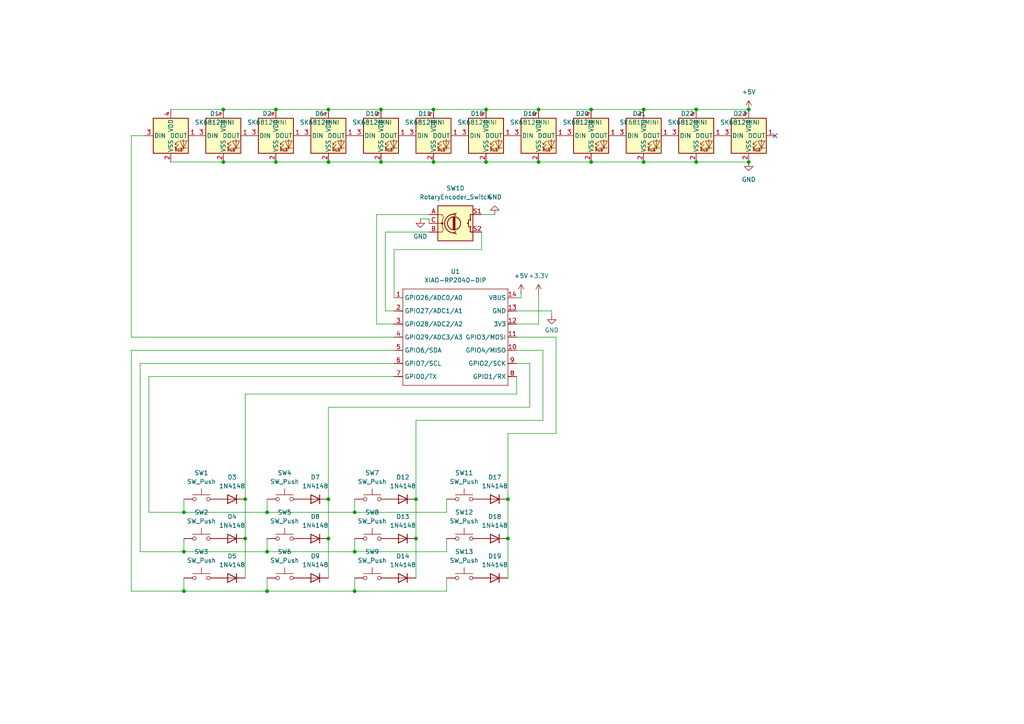
<source format=kicad_sch>
(kicad_sch (version 20250114) (generator "eeschema") (generator_version "9.0")
  (paper "A4")
  (lib_symbols
    (symbol "Device:RotaryEncoder_Switch" (pin_names (offset 0.254) (hide yes))
      (property "Reference" "SW" (at 0 6.604 0))
      (property "Value" "RotaryEncoder_Switch" (at 0 -6.604 0))
      (symbol "RotaryEncoder_Switch_0_1"
        (rectangle (start -5.08 5.08) (end 5.08 -5.08) (stroke (width 0.254)) (fill (type background)))
        (polyline (pts (xy -5.08 2.54) (xy -3.81 2.54) (xy -3.81 2.032)))
        (polyline (pts (xy -5.08 0) (xy -3.81 0) (xy -3.81 -1.016) (xy -3.302 -2.032)))
        (polyline (pts (xy -5.08 -2.54) (xy -3.81 -2.54) (xy -3.81 -2.032)))
        (polyline (pts (xy -4.318 0) (xy -3.81 0) (xy -3.81 1.016) (xy -3.302 2.032)))
        (circle (center -3.81 0) (radius 0.254) (fill (type outline)))
        (polyline (pts (xy -0.635 -1.778) (xy -0.635 1.778)) (stroke (width 0.254)))
        (circle (center -0.381 0) (radius 1.905) (stroke (width 0.254)))
        (polyline (pts (xy -0.381 -1.778) (xy -0.381 1.778)) (stroke (width 0.254)))
        (arc (start -0.381 -2.794) (mid -3.0988 -0.0635) (end -0.381 2.667) (stroke (width 0.254)))
        (polyline (pts (xy -0.127 1.778) (xy -0.127 -1.778)) (stroke (width 0.254)))
        (polyline (pts (xy 0.254 2.921) (xy -0.508 2.667) (xy 0.127 2.286)) (stroke (width 0.254)))
        (polyline (pts (xy 0.254 -3.048) (xy -0.508 -2.794) (xy 0.127 -2.413)) (stroke (width 0.254)))
        (polyline (pts (xy 3.81 1.016) (xy 3.81 -1.016)) (stroke (width 0.254)))
        (polyline (pts (xy 3.81 0) (xy 3.429 0)) (stroke (width 0.254)))
        (circle (center 4.318 1.016) (radius 0.127) (stroke (width 0.254)))
        (circle (center 4.318 -1.016) (radius 0.127) (stroke (width 0.254)))
        (polyline (pts (xy 5.08 2.54) (xy 4.318 2.54) (xy 4.318 1.016)) (stroke (width 0.254)))
        (polyline (pts (xy 5.08 -2.54) (xy 4.318 -2.54) (xy 4.318 -1.016)) (stroke (width 0.254)))
      )
      (symbol "RotaryEncoder_Switch_1_1"
        (pin passive line (at -7.62 2.54 0) (length 2.54) (name "A") (number "A"))
        (pin passive line (at -7.62 0 0) (length 2.54) (name "C") (number "C"))
        (pin passive line (at -7.62 -2.54 0) (length 2.54) (name "B") (number "B"))
        (pin passive line (at 7.62 2.54 180) (length 2.54) (name "S1") (number "S1"))
        (pin passive line (at 7.62 -2.54 180) (length 2.54) (name "S2") (number "S2"))
      )
    )
    (symbol "Diode:1N4148" (pin_numbers (hide yes)) (pin_names (hide yes))
      (property "Reference" "D" (at 0 2.54 0))
      (property "Value" "1N4148" (at 0 -2.54 0))
      (symbol "1N4148_0_1"
        (polyline (pts (xy -1.27 1.27) (xy -1.27 -1.27)) (stroke (width 0.254)))
        (polyline (pts (xy 1.27 1.27) (xy 1.27 -1.27) (xy -1.27 0) (xy 1.27 1.27)) (stroke (width 0.254)))
        (polyline (pts (xy 1.27 0) (xy -1.27 0)))
      )
      (symbol "1N4148_1_1"
        (pin passive line (at -3.81 0 0) (length 2.54) (name "K") (number "1"))
        (pin passive line (at 3.81 0 180) (length 2.54) (name "A") (number "2"))
      )
    )
    (symbol "LED:SK6812MINI" (pin_names (offset 0.254))
      (property "Reference" "D" (at 5.08 5.715 0))
      (property "Value" "SK6812MINI" (at 1.27 -5.715 0))
      (symbol "SK6812MINI_0_0"
        (text "RGB" (at 2.286 -4.191 0) (effects (font (size 0.762 0.762))))
      )
      (symbol "SK6812MINI_0_1"
        (polyline (pts (xy 1.27 -2.54) (xy 1.778 -2.54)))
        (polyline (pts (xy 1.27 -3.556) (xy 1.778 -3.556)))
        (polyline (pts (xy 2.286 -1.524) (xy 1.27 -2.54) (xy 1.27 -2.032)))
        (polyline (pts (xy 2.286 -2.54) (xy 1.27 -3.556) (xy 1.27 -3.048)))
        (polyline (pts (xy 3.683 -1.016) (xy 3.683 -3.556) (xy 3.683 -4.064)))
        (polyline (pts (xy 4.699 -1.524) (xy 2.667 -1.524) (xy 3.683 -3.556) (xy 4.699 -1.524)))
        (polyline (pts (xy 4.699 -3.556) (xy 2.667 -3.556)))
        (rectangle (start 5.08 5.08) (end -5.08 -5.08) (stroke (width 0.254)) (fill (type background)))
      )
      (symbol "SK6812MINI_1_1"
        (pin input line (at -7.62 0 0) (length 2.54) (name "DIN") (number "3"))
        (pin power_in line (at 0 7.62 270) (length 2.54) (name "VDD") (number "4"))
        (pin power_in line (at 0 -7.62 90) (length 2.54) (name "VSS") (number "2"))
        (pin output line (at 7.62 0 180) (length 2.54) (name "DOUT") (number "1"))
      )
    )
    (symbol "Switch:SW_Push" (pin_numbers (hide yes)) (pin_names (offset 1.016) (hide yes))
      (property "Reference" "SW" (at 1.27 2.54 0))
      (property "Value" "SW_Push" (at 0 -1.524 0))
      (symbol "SW_Push_0_1"
        (circle (center -2.032 0) (radius 0.508))
        (polyline (pts (xy 0 1.27) (xy 0 3.048)))
        (circle (center 2.032 0) (radius 0.508))
        (polyline (pts (xy 2.54 1.27) (xy -2.54 1.27)))
        (pin passive line (at -5.08 0 0) (length 2.54) (name "1") (number "1"))
        (pin passive line (at 5.08 0 180) (length 2.54) (name "2") (number "2"))
      )
    )
    (symbol "opl:XIAO-RP2040-DIP"
      (property "Reference" "U" (at 0 0 0))
      (property "Value" "XIAO-RP2040-DIP" (at 5.334 -1.778 0))
      (symbol "XIAO-RP2040-DIP_1_0"
        (polyline (pts (xy -1.27 -2.54) (xy 29.21 -2.54)) (stroke (width 0.1524)))
        (polyline (pts (xy -1.27 -5.08) (xy -2.54 -5.08)) (stroke (width 0.1524)))
        (polyline (pts (xy -1.27 -5.08) (xy -1.27 -2.54)) (stroke (width 0.1524)))
        (polyline (pts (xy -1.27 -8.89) (xy -2.54 -8.89)) (stroke (width 0.1524)))
        (polyline (pts (xy -1.27 -8.89) (xy -1.27 -5.08)) (stroke (width 0.1524)))
        (polyline (pts (xy -1.27 -12.7) (xy -2.54 -12.7)) (stroke (width 0.1524)))
        (polyline (pts (xy -1.27 -12.7) (xy -1.27 -8.89)) (stroke (width 0.1524)))
        (polyline (pts (xy -1.27 -16.51) (xy -2.54 -16.51)) (stroke (width 0.1524)))
        (polyline (pts (xy -1.27 -16.51) (xy -1.27 -12.7)) (stroke (width 0.1524)))
        (polyline (pts (xy -1.27 -20.32) (xy -2.54 -20.32)) (stroke (width 0.1524)))
        (polyline (pts (xy -1.27 -24.13) (xy -2.54 -24.13)) (stroke (width 0.1524)))
        (polyline (pts (xy -1.27 -27.94) (xy -2.54 -27.94)) (stroke (width 0.1524)))
        (polyline (pts (xy -1.27 -30.48) (xy -1.27 -16.51)) (stroke (width 0.1524)))
        (polyline (pts (xy 29.21 -2.54) (xy 29.21 -5.08)) (stroke (width 0.1524)))
        (polyline (pts (xy 29.21 -5.08) (xy 29.21 -8.89)) (stroke (width 0.1524)))
        (polyline (pts (xy 29.21 -8.89) (xy 29.21 -12.7)) (stroke (width 0.1524)))
        (polyline (pts (xy 29.21 -12.7) (xy 29.21 -30.48)) (stroke (width 0.1524)))
        (polyline (pts (xy 29.21 -30.48) (xy -1.27 -30.48)) (stroke (width 0.1524)))
        (polyline (pts (xy 30.48 -5.08) (xy 29.21 -5.08)) (stroke (width 0.1524)))
        (polyline (pts (xy 30.48 -8.89) (xy 29.21 -8.89)) (stroke (width 0.1524)))
        (polyline (pts (xy 30.48 -12.7) (xy 29.21 -12.7)) (stroke (width 0.1524)))
        (polyline (pts (xy 30.48 -16.51) (xy 29.21 -16.51)) (stroke (width 0.1524)))
        (polyline (pts (xy 30.48 -20.32) (xy 29.21 -20.32)) (stroke (width 0.1524)))
        (polyline (pts (xy 30.48 -24.13) (xy 29.21 -24.13)) (stroke (width 0.1524)))
        (polyline (pts (xy 30.48 -27.94) (xy 29.21 -27.94)) (stroke (width 0.1524)))
        (pin passive line (at -3.81 -5.08 0) (length 2.54) (name "GPIO26/ADC0/A0") (number "1"))
        (pin passive line (at -3.81 -8.89 0) (length 2.54) (name "GPIO27/ADC1/A1") (number "2"))
        (pin passive line (at -3.81 -12.7 0) (length 2.54) (name "GPIO28/ADC2/A2") (number "3"))
        (pin passive line (at -3.81 -16.51 0) (length 2.54) (name "GPIO29/ADC3/A3") (number "4"))
        (pin passive line (at -3.81 -20.32 0) (length 2.54) (name "GPIO6/SDA") (number "5"))
        (pin passive line (at -3.81 -24.13 0) (length 2.54) (name "GPIO7/SCL") (number "6"))
        (pin passive line (at -3.81 -27.94 0) (length 2.54) (name "GPIO0/TX") (number "7"))
        (pin passive line (at 31.75 -5.08 180) (length 2.54) (name "VBUS") (number "14"))
        (pin passive line (at 31.75 -8.89 180) (length 2.54) (name "GND") (number "13"))
        (pin passive line (at 31.75 -12.7 180) (length 2.54) (name "3V3") (number "12"))
        (pin passive line (at 31.75 -16.51 180) (length 2.54) (name "GPIO3/MOSI") (number "11"))
        (pin passive line (at 31.75 -20.32 180) (length 2.54) (name "GPIO4/MISO") (number "10"))
        (pin passive line (at 31.75 -24.13 180) (length 2.54) (name "GPIO2/SCK") (number "9"))
        (pin passive line (at 31.75 -27.94 180) (length 2.54) (name "GPIO1/RX") (number "8"))
      )
    )
    (symbol "power:+3.3V" (power) (pin_numbers (hide yes)) (pin_names (offset 0) (hide yes))
      (property "Value" "+3.3V" (at 0 3.556 0))
      (symbol "+3.3V_0_1"
        (polyline (pts (xy -0.762 1.27) (xy 0 2.54)))
        (polyline (pts (xy 0 2.54) (xy 0.762 1.27)))
        (polyline (pts (xy 0 0) (xy 0 2.54)))
      )
      (symbol "+3.3V_1_1"
        (pin power_in line (at 0 0 90) (length 0) (name "~") (number "1"))
      )
    )
    (symbol "power:+5V" (power) (pin_numbers (hide yes)) (pin_names (offset 0) (hide yes))
      (property "Value" "+5V" (at 0 3.556 0))
      (symbol "+5V_0_1"
        (polyline (pts (xy -0.762 1.27) (xy 0 2.54)))
        (polyline (pts (xy 0 2.54) (xy 0.762 1.27)))
        (polyline (pts (xy 0 0) (xy 0 2.54)))
      )
      (symbol "+5V_1_1"
        (pin power_in line (at 0 0 90) (length 0) (name "~") (number "1"))
      )
    )
    (symbol "power:GND" (power) (pin_numbers (hide yes)) (pin_names (offset 0) (hide yes))
      (property "Value" "GND" (at 0 -3.81 0))
      (symbol "GND_0_1"
        (polyline (pts (xy 0 0) (xy 0 -1.27) (xy 1.27 -1.27) (xy 0 -2.54) (xy -1.27 -1.27) (xy 0 -1.27)))
      )
      (symbol "GND_1_1"
        (pin power_in line (at 0 0 270) (length 0) (name "~") (number "1"))
      )
    )
  )
  (junction (at 95.25 156.21))
  (junction (at 147.32 156.21))
  (junction (at 71.12 156.21))
  (junction (at 171.45 46.99))
  (junction (at 156.21 31.75))
  (junction (at 53.34 171.45))
  (junction (at 147.32 144.78))
  (junction (at 140.97 31.75))
  (junction (at 95.25 46.99))
  (junction (at 217.17 31.75))
  (junction (at 125.73 31.75))
  (junction (at 186.69 46.99))
  (junction (at 171.45 31.75))
  (junction (at 102.87 171.45))
  (junction (at 120.65 156.21))
  (junction (at 77.47 148.59))
  (junction (at 64.77 31.75))
  (junction (at 53.34 148.59))
  (junction (at 71.12 144.78))
  (junction (at 201.93 46.99))
  (junction (at 77.47 171.45))
  (junction (at 110.49 31.75))
  (junction (at 102.87 160.02))
  (junction (at 64.77 46.99))
  (junction (at 95.25 144.78))
  (junction (at 77.47 160.02))
  (junction (at 125.73 46.99))
  (junction (at 53.34 160.02))
  (junction (at 156.21 46.99))
  (junction (at 110.49 46.99))
  (junction (at 95.25 31.75))
  (junction (at 201.93 31.75))
  (junction (at 80.01 31.75))
  (junction (at 217.17 46.99))
  (junction (at 140.97 46.99))
  (junction (at 120.65 144.78))
  (junction (at 186.69 31.75))
  (junction (at 102.87 148.59))
  (junction (at 80.01 46.99))
  (no_connect (at 224.79 39.37))
  (wire (pts (xy 53.34 156.21) (xy 53.34 160.02)))
  (wire (pts (xy 102.87 160.02) (xy 77.47 160.02)))
  (wire (pts (xy 140.97 46.99) (xy 156.21 46.99)))
  (wire (pts (xy 49.53 46.99) (xy 64.77 46.99)))
  (wire (pts (xy 129.54 167.64) (xy 129.54 171.45)))
  (wire (pts (xy 102.87 167.64) (xy 102.87 171.45)))
  (wire (pts (xy 124.46 67.31) (xy 111.76 67.31)))
  (wire (pts (xy 71.12 114.3) (xy 71.12 144.78)))
  (wire (pts (xy 201.93 46.99) (xy 217.17 46.99)))
  (wire (pts (xy 201.93 31.75) (xy 217.17 31.75)))
  (wire (pts (xy 38.1 39.37) (xy 38.1 97.79)))
  (wire (pts (xy 38.1 97.79) (xy 114.3 97.79)))
  (wire (pts (xy 38.1 39.37) (xy 41.91 39.37)))
  (wire (pts (xy 129.54 156.21) (xy 129.54 160.02)))
  (wire (pts (xy 129.54 160.02) (xy 102.87 160.02)))
  (wire (pts (xy 80.01 46.99) (xy 95.25 46.99)))
  (wire (pts (xy 147.32 125.73) (xy 161.29 125.73)))
  (wire (pts (xy 156.21 46.99) (xy 171.45 46.99)))
  (wire (pts (xy 161.29 97.79) (xy 149.86 97.79)))
  (wire (pts (xy 151.13 86.36) (xy 149.86 86.36)))
  (wire (pts (xy 53.34 160.02) (xy 40.64 160.02)))
  (wire (pts (xy 95.25 118.11) (xy 153.67 118.11)))
  (wire (pts (xy 120.65 121.92) (xy 120.65 144.78)))
  (wire (pts (xy 95.25 156.21) (xy 95.25 167.64)))
  (wire (pts (xy 71.12 114.3) (xy 149.86 114.3)))
  (wire (pts (xy 151.13 85.09) (xy 151.13 86.36)))
  (wire (pts (xy 77.47 171.45) (xy 53.34 171.45)))
  (wire (pts (xy 171.45 31.75) (xy 186.69 31.75)))
  (wire (pts (xy 160.02 90.17) (xy 160.02 91.44)))
  (wire (pts (xy 95.25 144.78) (xy 95.25 156.21)))
  (wire (pts (xy 53.34 167.64) (xy 53.34 171.45)))
  (wire (pts (xy 38.1 101.6) (xy 114.3 101.6)))
  (wire (pts (xy 77.47 167.64) (xy 77.47 171.45)))
  (wire (pts (xy 102.87 144.78) (xy 102.87 148.59)))
  (wire (pts (xy 102.87 148.59) (xy 77.47 148.59)))
  (wire (pts (xy 102.87 156.21) (xy 102.87 160.02)))
  (wire (pts (xy 124.46 62.23) (xy 109.22 62.23)))
  (wire (pts (xy 125.73 46.99) (xy 140.97 46.99)))
  (wire (pts (xy 110.49 46.99) (xy 125.73 46.99)))
  (wire (pts (xy 77.47 148.59) (xy 53.34 148.59)))
  (wire (pts (xy 95.25 118.11) (xy 95.25 144.78)))
  (wire (pts (xy 109.22 62.23) (xy 109.22 93.98)))
  (wire (pts (xy 156.21 93.98) (xy 149.86 93.98)))
  (wire (pts (xy 186.69 46.99) (xy 201.93 46.99)))
  (wire (pts (xy 80.01 31.75) (xy 95.25 31.75)))
  (wire (pts (xy 147.32 125.73) (xy 147.32 144.78)))
  (wire (pts (xy 53.34 171.45) (xy 38.1 171.45)))
  (wire (pts (xy 124.46 63.5) (xy 124.46 64.77)))
  (wire (pts (xy 110.49 31.75) (xy 125.73 31.75)))
  (wire (pts (xy 38.1 101.6) (xy 38.1 171.45)))
  (wire (pts (xy 129.54 144.78) (xy 129.54 148.59)))
  (wire (pts (xy 102.87 171.45) (xy 77.47 171.45)))
  (wire (pts (xy 64.77 31.75) (xy 80.01 31.75)))
  (wire (pts (xy 156.21 85.09) (xy 156.21 93.98)))
  (wire (pts (xy 139.7 72.39) (xy 114.3 72.39)))
  (wire (pts (xy 111.76 67.31) (xy 111.76 90.17)))
  (wire (pts (xy 71.12 156.21) (xy 71.12 144.78)))
  (wire (pts (xy 43.18 109.22) (xy 43.18 148.59)))
  (wire (pts (xy 149.86 101.6) (xy 157.48 101.6)))
  (wire (pts (xy 121.92 63.5) (xy 124.46 63.5)))
  (wire (pts (xy 40.64 105.41) (xy 40.64 160.02)))
  (wire (pts (xy 143.51 62.23) (xy 139.7 62.23)))
  (wire (pts (xy 120.65 156.21) (xy 120.65 167.64)))
  (wire (pts (xy 171.45 46.99) (xy 186.69 46.99)))
  (wire (pts (xy 161.29 125.73) (xy 161.29 97.79)))
  (wire (pts (xy 109.22 93.98) (xy 114.3 93.98)))
  (wire (pts (xy 153.67 118.11) (xy 153.67 105.41)))
  (wire (pts (xy 40.64 105.41) (xy 114.3 105.41)))
  (wire (pts (xy 71.12 167.64) (xy 71.12 156.21)))
  (wire (pts (xy 139.7 67.31) (xy 139.7 72.39)))
  (wire (pts (xy 125.73 31.75) (xy 140.97 31.75)))
  (wire (pts (xy 120.65 121.92) (xy 157.48 121.92)))
  (wire (pts (xy 156.21 31.75) (xy 171.45 31.75)))
  (wire (pts (xy 95.25 46.99) (xy 110.49 46.99)))
  (wire (pts (xy 157.48 121.92) (xy 157.48 101.6)))
  (wire (pts (xy 77.47 156.21) (xy 77.47 160.02)))
  (wire (pts (xy 140.97 31.75) (xy 156.21 31.75)))
  (wire (pts (xy 129.54 171.45) (xy 102.87 171.45)))
  (wire (pts (xy 147.32 144.78) (xy 147.32 156.21)))
  (wire (pts (xy 149.86 105.41) (xy 153.67 105.41)))
  (wire (pts (xy 53.34 144.78) (xy 53.34 148.59)))
  (wire (pts (xy 49.53 31.75) (xy 64.77 31.75)))
  (wire (pts (xy 95.25 31.75) (xy 110.49 31.75)))
  (wire (pts (xy 43.18 109.22) (xy 114.3 109.22)))
  (wire (pts (xy 111.76 90.17) (xy 114.3 90.17)))
  (wire (pts (xy 53.34 148.59) (xy 43.18 148.59)))
  (wire (pts (xy 186.69 31.75) (xy 201.93 31.75)))
  (wire (pts (xy 77.47 160.02) (xy 53.34 160.02)))
  (wire (pts (xy 120.65 144.78) (xy 120.65 156.21)))
  (wire (pts (xy 147.32 156.21) (xy 147.32 167.64)))
  (wire (pts (xy 149.86 114.3) (xy 149.86 109.22)))
  (wire (pts (xy 114.3 72.39) (xy 114.3 86.36)))
  (wire (pts (xy 64.77 46.99) (xy 80.01 46.99)))
  (wire (pts (xy 149.86 90.17) (xy 160.02 90.17)))
  (wire (pts (xy 77.47 144.78) (xy 77.47 148.59)))
  (wire (pts (xy 129.54 148.59) (xy 102.87 148.59)))
  (symbol (lib_id "LED:SK6812MINI") (at 80.01 39.37 0) (unit 1)
    (property "Reference" "D6" (at 92.71 32.9498 0))
    (property "Value" "SK6812MINI" (at 92.71 35.4898 0))
    (property "Footprint" "ShiftKey Library:SK6812MINI-E" (effects (hide yes)))
    (property "Datasheet" "https://cdn-shop.adafruit.com/product-files/2686/SK6812MINI_REV.01-1-2.pdf" (effects (hide yes)))
    (property "Description" "RGB LED with integrated controller" (effects (hide yes)))
  )
  (symbol (lib_id "Switch:SW_Push") (at 134.62 156.21 0) (unit 1)
    (property "Reference" "SW12" (at 134.62 148.59 0))
    (property "Value" "SW_Push" (at 134.62 151.13 0))
    (property "Footprint" "ShiftKey Library:Gateron_LP_3.0_Hotswap" (effects (hide yes)))
    (property "Description" "Push button switch, generic, two pins" (effects (hide yes)))
  )
  (symbol (lib_id "LED:SK6812MINI") (at 156.21 39.37 0) (unit 1)
    (property "Reference" "D20" (at 168.91 32.9498 0))
    (property "Value" "SK6812MINI" (at 168.91 35.4898 0))
    (property "Footprint" "ShiftKey Library:SK6812MINI-E" (effects (hide yes)))
    (property "Datasheet" "https://cdn-shop.adafruit.com/product-files/2686/SK6812MINI_REV.01-1-2.pdf" (effects (hide yes)))
    (property "Description" "RGB LED with integrated controller" (effects (hide yes)))
  )
  (symbol (lib_id "Switch:SW_Push") (at 82.55 167.64 0) (unit 1)
    (property "Reference" "SW6" (at 82.55 160.02 0))
    (property "Value" "SW_Push" (at 82.55 162.56 0))
    (property "Footprint" "ShiftKey Library:Gateron_LP_3.0_Hotswap" (effects (hide yes)))
    (property "Description" "Push button switch, generic, two pins" (effects (hide yes)))
  )
  (symbol (lib_id "Switch:SW_Push") (at 58.42 167.64 0) (unit 1)
    (property "Reference" "SW3" (at 58.42 160.02 0))
    (property "Value" "SW_Push" (at 58.42 162.56 0))
    (property "Footprint" "ShiftKey Library:Gateron_LP_3.0_Hotswap" (effects (hide yes)))
    (property "Description" "Push button switch, generic, two pins" (effects (hide yes)))
  )
  (symbol (lib_id "Device:RotaryEncoder_Switch") (at 132.08 64.77 0) (unit 1)
    (property "Reference" "SW10" (at 132.08 54.61 0))
    (property "Value" "RotaryEncoder_Switch" (at 132.08 57.15 0))
    (property "Description" "Rotary encoder, dual channel, incremental quadrate outputs, with switch" (effects (hide yes)))
  )
  (symbol (lib_id "Switch:SW_Push") (at 82.55 144.78 0) (unit 1)
    (property "Reference" "SW4" (at 82.55 137.16 0))
    (property "Value" "SW_Push" (at 82.55 139.7 0))
    (property "Footprint" "ShiftKey Library:Gateron_LP_3.0_Hotswap" (effects (hide yes)))
    (property "Description" "Push button switch, generic, two pins" (effects (hide yes)))
  )
  (symbol (lib_id "power:GND") (at 121.92 63.5 0) (unit 1)
    (property "Reference" "#PWR01" (effects (hide yes)))
    (property "Value" "GND" (at 121.92 68.58 0))
    (property "Description" "Power symbol creates a global label with name \"GND\" , ground" (effects (hide yes)))
  )
  (symbol (lib_id "power:+3.3V") (at 156.21 85.09 0) (unit 1)
    (property "Reference" "#PWR04" (effects (hide yes)))
    (property "Value" "+3.3V" (at 156.21 80.01 0))
    (property "Description" "Power symbol creates a global label with name \"+3.3V\"" (effects (hide yes)))
  )
  (symbol (lib_id "Diode:1N4148") (at 143.51 144.78 180) (unit 1)
    (property "Reference" "D17" (at 143.51 138.43 0))
    (property "Value" "1N4148" (at 143.51 140.97 0))
    (property "Footprint" "Diode_THT:D_DO-35_SOD27_P7.62mm_Horizontal" (effects (hide yes)))
    (property "Datasheet" "https://assets.nexperia.com/documents/data-sheet/1N4148_1N4448.pdf" (effects (hide yes)))
    (property "Description" "100V 0.15A standard switching diode, DO-35" (effects (hide yes)))
    (property "Sim.Device" "D" (effects (hide yes)))
    (property "Sim.Pins" "1=K 2=A" (effects (hide yes)))
  )
  (symbol (lib_id "Diode:1N4148") (at 116.84 144.78 180) (unit 1)
    (property "Reference" "D12" (at 116.84 138.43 0))
    (property "Value" "1N4148" (at 116.84 140.97 0))
    (property "Footprint" "Diode_THT:D_DO-35_SOD27_P7.62mm_Horizontal" (effects (hide yes)))
    (property "Datasheet" "https://assets.nexperia.com/documents/data-sheet/1N4148_1N4448.pdf" (effects (hide yes)))
    (property "Description" "100V 0.15A standard switching diode, DO-35" (effects (hide yes)))
    (property "Sim.Device" "D" (effects (hide yes)))
    (property "Sim.Pins" "1=K 2=A" (effects (hide yes)))
  )
  (symbol (lib_id "Switch:SW_Push") (at 107.95 144.78 0) (unit 1)
    (property "Reference" "SW7" (at 107.95 137.16 0))
    (property "Value" "SW_Push" (at 107.95 139.7 0))
    (property "Footprint" "ShiftKey Library:Gateron_LP_3.0_Hotswap" (effects (hide yes)))
    (property "Description" "Push button switch, generic, two pins" (effects (hide yes)))
  )
  (symbol (lib_id "Switch:SW_Push") (at 134.62 144.78 0) (unit 1)
    (property "Reference" "SW11" (at 134.62 137.16 0))
    (property "Value" "SW_Push" (at 134.62 139.7 0))
    (property "Footprint" "ShiftKey Library:Gateron_LP_3.0_Hotswap" (effects (hide yes)))
    (property "Description" "Push button switch, generic, two pins" (effects (hide yes)))
  )
  (symbol (lib_id "LED:SK6812MINI") (at 201.93 39.37 0) (unit 1)
    (property "Reference" "D23" (at 214.63 32.9498 0))
    (property "Value" "SK6812MINI" (at 214.63 35.4898 0))
    (property "Footprint" "ShiftKey Library:SK6812MINI-E" (effects (hide yes)))
    (property "Datasheet" "https://cdn-shop.adafruit.com/product-files/2686/SK6812MINI_REV.01-1-2.pdf" (effects (hide yes)))
    (property "Description" "RGB LED with integrated controller" (effects (hide yes)))
  )
  (symbol (lib_id "LED:SK6812MINI") (at 64.77 39.37 0) (unit 1)
    (property "Reference" "D2" (at 77.47 32.9498 0))
    (property "Value" "SK6812MINI" (at 77.47 35.4898 0))
    (property "Footprint" "ShiftKey Library:SK6812MINI-E" (effects (hide yes)))
    (property "Datasheet" "https://cdn-shop.adafruit.com/product-files/2686/SK6812MINI_REV.01-1-2.pdf" (effects (hide yes)))
    (property "Description" "RGB LED with integrated controller" (effects (hide yes)))
  )
  (symbol (lib_id "LED:SK6812MINI") (at 186.69 39.37 0) (unit 1)
    (property "Reference" "D22" (at 199.39 32.9498 0))
    (property "Value" "SK6812MINI" (at 199.39 35.4898 0))
    (property "Footprint" "ShiftKey Library:SK6812MINI-E" (effects (hide yes)))
    (property "Datasheet" "https://cdn-shop.adafruit.com/product-files/2686/SK6812MINI_REV.01-1-2.pdf" (effects (hide yes)))
    (property "Description" "RGB LED with integrated controller" (effects (hide yes)))
  )
  (symbol (lib_id "Switch:SW_Push") (at 82.55 156.21 0) (unit 1)
    (property "Reference" "SW5" (at 82.55 148.59 0))
    (property "Value" "SW_Push" (at 82.55 151.13 0))
    (property "Footprint" "ShiftKey Library:Gateron_LP_3.0_Hotswap" (effects (hide yes)))
    (property "Description" "Push button switch, generic, two pins" (effects (hide yes)))
  )
  (symbol (lib_id "Switch:SW_Push") (at 107.95 156.21 0) (unit 1)
    (property "Reference" "SW8" (at 107.95 148.59 0))
    (property "Value" "SW_Push" (at 107.95 151.13 0))
    (property "Footprint" "ShiftKey Library:Gateron_LP_3.0_Hotswap" (effects (hide yes)))
    (property "Description" "Push button switch, generic, two pins" (effects (hide yes)))
  )
  (symbol (lib_id "Diode:1N4148") (at 91.44 167.64 180) (unit 1)
    (property "Reference" "D9" (at 91.44 161.29 0))
    (property "Value" "1N4148" (at 91.44 163.83 0))
    (property "Footprint" "Diode_THT:D_DO-35_SOD27_P7.62mm_Horizontal" (effects (hide yes)))
    (property "Datasheet" "https://assets.nexperia.com/documents/data-sheet/1N4148_1N4448.pdf" (effects (hide yes)))
    (property "Description" "100V 0.15A standard switching diode, DO-35" (effects (hide yes)))
    (property "Sim.Device" "D" (effects (hide yes)))
    (property "Sim.Pins" "1=K 2=A" (effects (hide yes)))
  )
  (symbol (lib_id "Diode:1N4148") (at 67.31 156.21 180) (unit 1)
    (property "Reference" "D4" (at 67.31 149.86 0))
    (property "Value" "1N4148" (at 67.31 152.4 0))
    (property "Footprint" "Diode_THT:D_DO-35_SOD27_P7.62mm_Horizontal" (effects (hide yes)))
    (property "Datasheet" "https://assets.nexperia.com/documents/data-sheet/1N4148_1N4448.pdf" (effects (hide yes)))
    (property "Description" "100V 0.15A standard switching diode, DO-35" (effects (hide yes)))
    (property "Sim.Device" "D" (effects (hide yes)))
    (property "Sim.Pins" "1=K 2=A" (effects (hide yes)))
  )
  (symbol (lib_id "Diode:1N4148") (at 91.44 156.21 180) (unit 1)
    (property "Reference" "D8" (at 91.44 149.86 0))
    (property "Value" "1N4148" (at 91.44 152.4 0))
    (property "Footprint" "Diode_THT:D_DO-35_SOD27_P7.62mm_Horizontal" (effects (hide yes)))
    (property "Datasheet" "https://assets.nexperia.com/documents/data-sheet/1N4148_1N4448.pdf" (effects (hide yes)))
    (property "Description" "100V 0.15A standard switching diode, DO-35" (effects (hide yes)))
    (property "Sim.Device" "D" (effects (hide yes)))
    (property "Sim.Pins" "1=K 2=A" (effects (hide yes)))
  )
  (symbol (lib_id "power:+5V") (at 151.13 85.09 0) (unit 1)
    (property "Reference" "#PWR03" (effects (hide yes)))
    (property "Value" "+5V" (at 151.13 80.01 0))
    (property "Description" "Power symbol creates a global label with name \"+5V\"" (effects (hide yes)))
  )
  (symbol (lib_id "Diode:1N4148") (at 116.84 167.64 180) (unit 1)
    (property "Reference" "D14" (at 116.84 161.29 0))
    (property "Value" "1N4148" (at 116.84 163.83 0))
    (property "Footprint" "Diode_THT:D_DO-35_SOD27_P7.62mm_Horizontal" (effects (hide yes)))
    (property "Datasheet" "https://assets.nexperia.com/documents/data-sheet/1N4148_1N4448.pdf" (effects (hide yes)))
    (property "Description" "100V 0.15A standard switching diode, DO-35" (effects (hide yes)))
    (property "Sim.Device" "D" (effects (hide yes)))
    (property "Sim.Pins" "1=K 2=A" (effects (hide yes)))
  )
  (symbol (lib_id "LED:SK6812MINI") (at 140.97 39.37 0) (unit 1)
    (property "Reference" "D16" (at 153.67 32.9498 0))
    (property "Value" "SK6812MINI" (at 153.67 35.4898 0))
    (property "Footprint" "ShiftKey Library:SK6812MINI-E" (effects (hide yes)))
    (property "Datasheet" "https://cdn-shop.adafruit.com/product-files/2686/SK6812MINI_REV.01-1-2.pdf" (effects (hide yes)))
    (property "Description" "RGB LED with integrated controller" (effects (hide yes)))
  )
  (symbol (lib_id "power:GND") (at 143.51 62.23 180) (unit 1)
    (property "Reference" "#PWR02" (effects (hide yes)))
    (property "Value" "GND" (at 143.51 57.15 0))
    (property "Description" "Power symbol creates a global label with name \"GND\" , ground" (effects (hide yes)))
  )
  (symbol (lib_id "Diode:1N4148") (at 67.31 167.64 180) (unit 1)
    (property "Reference" "D5" (at 67.31 161.29 0))
    (property "Value" "1N4148" (at 67.31 163.83 0))
    (property "Footprint" "Diode_THT:D_DO-35_SOD27_P7.62mm_Horizontal" (effects (hide yes)))
    (property "Datasheet" "https://assets.nexperia.com/documents/data-sheet/1N4148_1N4448.pdf" (effects (hide yes)))
    (property "Description" "100V 0.15A standard switching diode, DO-35" (effects (hide yes)))
    (property "Sim.Device" "D" (effects (hide yes)))
    (property "Sim.Pins" "1=K 2=A" (effects (hide yes)))
  )
  (symbol (lib_id "Switch:SW_Push") (at 58.42 156.21 0) (unit 1)
    (property "Reference" "SW2" (at 58.42 148.59 0))
    (property "Value" "SW_Push" (at 58.42 151.13 0))
    (property "Footprint" "ShiftKey Library:Gateron_LP_3.0_Hotswap" (effects (hide yes)))
    (property "Description" "Push button switch, generic, two pins" (effects (hide yes)))
  )
  (symbol (lib_id "Diode:1N4148") (at 143.51 156.21 180) (unit 1)
    (property "Reference" "D18" (at 143.51 149.86 0))
    (property "Value" "1N4148" (at 143.51 152.4 0))
    (property "Footprint" "Diode_THT:D_DO-35_SOD27_P7.62mm_Horizontal" (effects (hide yes)))
    (property "Datasheet" "https://assets.nexperia.com/documents/data-sheet/1N4148_1N4448.pdf" (effects (hide yes)))
    (property "Description" "100V 0.15A standard switching diode, DO-35" (effects (hide yes)))
    (property "Sim.Device" "D" (effects (hide yes)))
    (property "Sim.Pins" "1=K 2=A" (effects (hide yes)))
  )
  (symbol (lib_id "Diode:1N4148") (at 91.44 144.78 180) (unit 1)
    (property "Reference" "D7" (at 91.44 138.43 0))
    (property "Value" "1N4148" (at 91.44 140.97 0))
    (property "Footprint" "Diode_THT:D_DO-35_SOD27_P7.62mm_Horizontal" (effects (hide yes)))
    (property "Datasheet" "https://assets.nexperia.com/documents/data-sheet/1N4148_1N4448.pdf" (effects (hide yes)))
    (property "Description" "100V 0.15A standard switching diode, DO-35" (effects (hide yes)))
    (property "Sim.Device" "D" (effects (hide yes)))
    (property "Sim.Pins" "1=K 2=A" (effects (hide yes)))
  )
  (symbol (lib_id "Diode:1N4148") (at 143.51 167.64 180) (unit 1)
    (property "Reference" "D19" (at 143.51 161.29 0))
    (property "Value" "1N4148" (at 143.51 163.83 0))
    (property "Footprint" "Diode_THT:D_DO-35_SOD27_P7.62mm_Horizontal" (effects (hide yes)))
    (property "Datasheet" "https://assets.nexperia.com/documents/data-sheet/1N4148_1N4448.pdf" (effects (hide yes)))
    (property "Description" "100V 0.15A standard switching diode, DO-35" (effects (hide yes)))
    (property "Sim.Device" "D" (effects (hide yes)))
    (property "Sim.Pins" "1=K 2=A" (effects (hide yes)))
  )
  (symbol (lib_id "LED:SK6812MINI") (at 125.73 39.37 0) (unit 1)
    (property "Reference" "D15" (at 138.43 32.9498 0))
    (property "Value" "SK6812MINI" (at 138.43 35.4898 0))
    (property "Footprint" "ShiftKey Library:SK6812MINI-E" (effects (hide yes)))
    (property "Datasheet" "https://cdn-shop.adafruit.com/product-files/2686/SK6812MINI_REV.01-1-2.pdf" (effects (hide yes)))
    (property "Description" "RGB LED with integrated controller" (effects (hide yes)))
  )
  (symbol (lib_id "power:GND") (at 160.02 91.44 0) (unit 1)
    (property "Reference" "#PWR05" (effects (hide yes)))
    (property "Value" "GND" (at 160.02 95.758 0))
    (property "Description" "Power symbol creates a global label with name \"GND\" , ground" (effects (hide yes)))
  )
  (symbol (lib_id "Switch:SW_Push") (at 58.42 144.78 0) (unit 1)
    (property "Reference" "SW1" (at 58.42 137.16 0))
    (property "Value" "SW_Push" (at 58.42 139.7 0))
    (property "Footprint" "ShiftKey Library:Gateron_LP_3.0_Hotswap" (effects (hide yes)))
    (property "Description" "Push button switch, generic, two pins" (effects (hide yes)))
  )
  (symbol (lib_id "Diode:1N4148") (at 116.84 156.21 180) (unit 1)
    (property "Reference" "D13" (at 116.84 149.86 0))
    (property "Value" "1N4148" (at 116.84 152.4 0))
    (property "Footprint" "Diode_THT:D_DO-35_SOD27_P7.62mm_Horizontal" (effects (hide yes)))
    (property "Datasheet" "https://assets.nexperia.com/documents/data-sheet/1N4148_1N4448.pdf" (effects (hide yes)))
    (property "Description" "100V 0.15A standard switching diode, DO-35" (effects (hide yes)))
    (property "Sim.Device" "D" (effects (hide yes)))
    (property "Sim.Pins" "1=K 2=A" (effects (hide yes)))
  )
  (symbol (lib_id "LED:SK6812MINI") (at 171.45 39.37 0) (unit 1)
    (property "Reference" "D21" (at 185.42 32.9498 0))
    (property "Value" "SK6812MINI" (at 185.42 35.4898 0))
    (property "Footprint" "ShiftKey Library:SK6812MINI-E" (effects (hide yes)))
    (property "Datasheet" "https://cdn-shop.adafruit.com/product-files/2686/SK6812MINI_REV.01-1-2.pdf" (effects (hide yes)))
    (property "Description" "RGB LED with integrated controller" (effects (hide yes)))
  )
  (symbol (lib_id "LED:SK6812MINI") (at 217.17 39.37 0) (unit 1)
    (property "Reference" "D24" (effects (hide yes)))
    (property "Value" "SK6812MINI" (effects (hide yes)))
    (property "Footprint" "ShiftKey Library:SK6812MINI-E" (effects (hide yes)))
    (property "Datasheet" "https://cdn-shop.adafruit.com/product-files/2686/SK6812MINI_REV.01-1-2.pdf" (effects (hide yes)))
    (property "Description" "RGB LED with integrated controller" (effects (hide yes)))
  )
  (symbol (lib_id "Switch:SW_Push") (at 134.62 167.64 0) (unit 1)
    (property "Reference" "SW13" (at 134.62 160.02 0))
    (property "Value" "SW_Push" (at 134.62 162.56 0))
    (property "Footprint" "ShiftKey Library:Gateron_LP_3.0_Hotswap" (effects (hide yes)))
    (property "Description" "Push button switch, generic, two pins" (effects (hide yes)))
  )
  (symbol (lib_id "LED:SK6812MINI") (at 49.53 39.37 0) (unit 1)
    (property "Reference" "D1" (at 62.23 32.9498 0))
    (property "Value" "SK6812MINI" (at 62.23 35.4898 0))
    (property "Footprint" "ShiftKey Library:SK6812MINI-E" (effects (hide yes)))
    (property "Datasheet" "https://cdn-shop.adafruit.com/product-files/2686/SK6812MINI_REV.01-1-2.pdf" (effects (hide yes)))
    (property "Description" "RGB LED with integrated controller" (effects (hide yes)))
  )
  (symbol (lib_id "power:GND") (at 217.17 46.99 0) (unit 1)
    (property "Reference" "#PWR07" (effects (hide yes)))
    (property "Value" "GND" (at 217.17 52.07 0))
    (property "Description" "Power symbol creates a global label with name \"GND\" , ground" (effects (hide yes)))
  )
  (symbol (lib_id "power:+5V") (at 217.17 31.75 0) (unit 1)
    (property "Reference" "#PWR06" (effects (hide yes)))
    (property "Value" "+5V" (at 217.17 26.67 0))
    (property "Description" "Power symbol creates a global label with name \"+5V\"" (effects (hide yes)))
  )
  (symbol (lib_id "opl:XIAO-RP2040-DIP") (at 118.11 81.28 0) (unit 1)
    (property "Reference" "U1" (at 132.08 78.74 0))
    (property "Value" "XIAO-RP2040-DIP" (at 132.08 81.28 0))
    (property "Footprint" "opl:XIAO-RP2040-DIP" (effects (hide yes)))
  )
  (symbol (lib_id "LED:SK6812MINI") (at 95.25 39.37 0) (unit 1)
    (property "Reference" "D10" (at 107.95 32.9498 0))
    (property "Value" "SK6812MINI" (at 107.95 35.4898 0))
    (property "Footprint" "ShiftKey Library:SK6812MINI-E" (effects (hide yes)))
    (property "Datasheet" "https://cdn-shop.adafruit.com/product-files/2686/SK6812MINI_REV.01-1-2.pdf" (effects (hide yes)))
    (property "Description" "RGB LED with integrated controller" (effects (hide yes)))
  )
  (symbol (lib_id "Switch:SW_Push") (at 107.95 167.64 0) (unit 1)
    (property "Reference" "SW9" (at 107.95 160.02 0))
    (property "Value" "SW_Push" (at 107.95 162.56 0))
    (property "Footprint" "ShiftKey Library:Gateron_LP_3.0_Hotswap" (effects (hide yes)))
    (property "Description" "Push button switch, generic, two pins" (effects (hide yes)))
  )
  (symbol (lib_id "Diode:1N4148") (at 67.31 144.78 180) (unit 1)
    (property "Reference" "D3" (at 67.31 138.43 0))
    (property "Value" "1N4148" (at 67.31 140.97 0))
    (property "Footprint" "Diode_THT:D_DO-35_SOD27_P7.62mm_Horizontal" (effects (hide yes)))
    (property "Datasheet" "https://assets.nexperia.com/documents/data-sheet/1N4148_1N4448.pdf" (effects (hide yes)))
    (property "Description" "100V 0.15A standard switching diode, DO-35" (effects (hide yes)))
    (property "Sim.Device" "D" (effects (hide yes)))
    (property "Sim.Pins" "1=K 2=A" (effects (hide yes)))
  )
  (symbol (lib_id "LED:SK6812MINI") (at 110.49 39.37 0) (unit 1)
    (property "Reference" "D11" (at 123.19 32.9498 0))
    (property "Value" "SK6812MINI" (at 123.19 35.4898 0))
    (property "Footprint" "ShiftKey Library:SK6812MINI-E" (effects (hide yes)))
    (property "Datasheet" "https://cdn-shop.adafruit.com/product-files/2686/SK6812MINI_REV.01-1-2.pdf" (effects (hide yes)))
    (property "Description" "RGB LED with integrated controller" (effects (hide yes)))
  )
)
</source>
